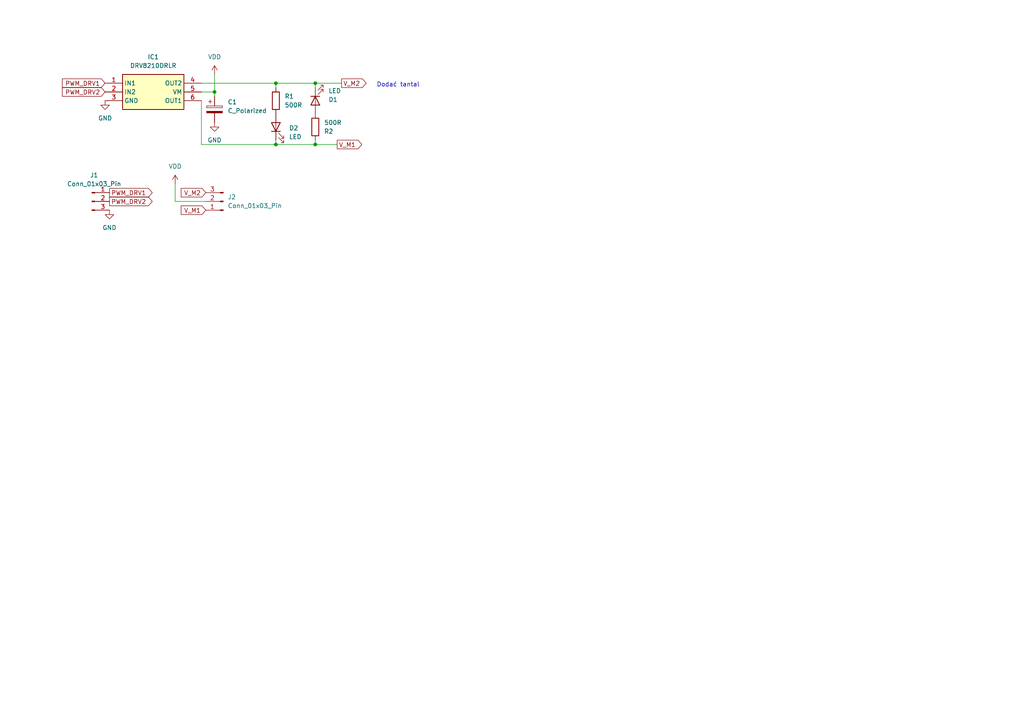
<source format=kicad_sch>
(kicad_sch (version 20231120) (generator "eeschema") (generator_version "8.0")
  (paper "A4")
  (lib_symbols
    (symbol "Connector:Conn_01x03_Pin" (pin_names (offset 1.016) hide)
      (property "Reference" "J" (at 0 5.08 0))
      (property "Value" "Conn_01x03_Pin" (at 0 -5.08 0))
      (symbol "Conn_01x03_Pin_1_1"
        (polyline (pts (xy 1.27 -2.54) (xy 0.8636 -2.54)) (stroke (width 0.1524)))
        (polyline (pts (xy 1.27 0) (xy 0.8636 0)) (stroke (width 0.1524)))
        (polyline (pts (xy 1.27 2.54) (xy 0.8636 2.54)) (stroke (width 0.1524)))
        (rectangle (start 0.8636 -2.413) (end 0 -2.667) (stroke (width 0.1524)) (fill (type outline)))
        (rectangle (start 0.8636 0.127) (end 0 -0.127) (stroke (width 0.1524)) (fill (type outline)))
        (rectangle (start 0.8636 2.667) (end 0 2.413) (stroke (width 0.1524)) (fill (type outline)))
        (pin passive line (at 5.08 2.54 180) (length 3.81) (name "Pin_1") (number "1"))
        (pin passive line (at 5.08 0 180) (length 3.81) (name "Pin_2") (number "2"))
        (pin passive line (at 5.08 -2.54 180) (length 3.81) (name "Pin_3") (number "3"))
      )
    )
    (symbol "Device:C_Polarized" (pin_numbers hide) (pin_names (offset 0.254))
      (property "Reference" "C" (at 0.635 2.54 0))
      (property "Value" "C_Polarized" (at 0.635 -2.54 0))
      (symbol "C_Polarized_0_1"
        (rectangle (start -2.286 0.508) (end 2.286 1.016))
        (polyline (pts (xy -1.778 2.286) (xy -0.762 2.286)))
        (polyline (pts (xy -1.27 2.794) (xy -1.27 1.778)))
        (rectangle (start 2.286 -0.508) (end -2.286 -1.016) (fill (type outline)))
      )
      (symbol "C_Polarized_1_1"
        (pin passive line (at 0 3.81 270) (length 2.794) (name "~") (number "1"))
        (pin passive line (at 0 -3.81 90) (length 2.794) (name "~") (number "2"))
      )
    )
    (symbol "Device:LED" (pin_numbers hide) (pin_names (offset 1.016) hide)
      (property "Reference" "D" (at 0 2.54 0))
      (property "Value" "LED" (at 0 -2.54 0))
      (symbol "LED_0_1"
        (polyline (pts (xy -1.27 -1.27) (xy -1.27 1.27)) (stroke (width 0.254)))
        (polyline (pts (xy -1.27 0) (xy 1.27 0)))
        (polyline (pts (xy 1.27 -1.27) (xy 1.27 1.27) (xy -1.27 0) (xy 1.27 -1.27)) (stroke (width 0.254)))
        (polyline (pts (xy -3.048 -0.762) (xy -4.572 -2.286) (xy -3.81 -2.286) (xy -4.572 -2.286) (xy -4.572 -1.524)))
        (polyline (pts (xy -1.778 -0.762) (xy -3.302 -2.286) (xy -2.54 -2.286) (xy -3.302 -2.286) (xy -3.302 -1.524)))
      )
      (symbol "LED_1_1"
        (pin passive line (at -3.81 0 0) (length 2.54) (name "K") (number "1"))
        (pin passive line (at 3.81 0 180) (length 2.54) (name "A") (number "2"))
      )
    )
    (symbol "Device:R" (pin_numbers hide) (pin_names (offset 0))
      (property "Reference" "R" (at 2.032 0 90))
      (property "Value" "R" (at 0 0 90))
      (symbol "R_0_1"
        (rectangle (start -1.016 -2.54) (end 1.016 2.54) (stroke (width 0.254)))
      )
      (symbol "R_1_1"
        (pin passive line (at 0 3.81 270) (length 1.27) (name "~") (number "1"))
        (pin passive line (at 0 -3.81 90) (length 1.27) (name "~") (number "2"))
      )
    )
    (symbol "User_defined_footprints:DRV8210DRLR"
      (property "Reference" "IC" (at 24.13 7.62 0))
      (property "Value" "DRV8210DRLR" (at 24.13 5.08 0))
      (symbol "DRV8210DRLR_1_1"
        (rectangle (start 5.08 2.54) (end 22.86 -7.62) (stroke (width 0.254)) (fill (type background)))
        (pin passive line (at 0 0 0) (length 5.08) (name "IN1") (number "1"))
        (pin passive line (at 0 -2.54 0) (length 5.08) (name "IN2") (number "2"))
        (pin passive line (at 0 -5.08 0) (length 5.08) (name "GND") (number "3"))
        (pin passive line (at 27.94 0 180) (length 5.08) (name "OUT2") (number "4"))
        (pin passive line (at 27.94 -2.54 180) (length 5.08) (name "VM") (number "5"))
        (pin passive line (at 27.94 -5.08 180) (length 5.08) (name "OUT1") (number "6"))
      )
    )
    (symbol "power:GND" (power) (pin_names (offset 0))
      (property "Value" "GND" (at 0 -3.81 0))
      (symbol "GND_0_1"
        (polyline (pts (xy 0 0) (xy 0 -1.27) (xy 1.27 -1.27) (xy 0 -2.54) (xy -1.27 -1.27) (xy 0 -1.27)))
      )
      (symbol "GND_1_1"
        (pin power_in line (at 0 0 270) (length 0) hide (name "GND") (number "1"))
      )
    )
    (symbol "power:VDD" (power) (pin_names (offset 0))
      (property "Value" "VDD" (at 0 3.81 0))
      (symbol "VDD_0_1"
        (polyline (pts (xy -0.762 1.27) (xy 0 2.54)))
        (polyline (pts (xy 0 0) (xy 0 2.54)))
        (polyline (pts (xy 0 2.54) (xy 0.762 1.27)))
      )
      (symbol "VDD_1_1"
        (pin power_in line (at 0 0 90) (length 0) hide (name "VDD") (number "1"))
      )
    )
  )
  (junction (at 80.01 24.13))
  (junction (at 91.44 41.91))
  (junction (at 91.44 24.13))
  (junction (at 62.23 26.67))
  (junction (at 80.01 41.91))
  (wire (pts (xy 80.01 40.64) (xy 80.01 41.91)))
  (wire (pts (xy 91.44 24.13) (xy 99.06 24.13)))
  (wire (pts (xy 91.44 24.13) (xy 91.44 25.4)))
  (wire (pts (xy 58.42 24.13) (xy 80.01 24.13)))
  (wire (pts (xy 62.23 27.94) (xy 62.23 26.67)))
  (wire (pts (xy 80.01 24.13) (xy 80.01 25.4)))
  (wire (pts (xy 50.8 58.42) (xy 59.69 58.42)))
  (wire (pts (xy 91.44 40.64) (xy 91.44 41.91)))
  (wire (pts (xy 62.23 21.59) (xy 62.23 26.67)))
  (wire (pts (xy 58.42 41.91) (xy 80.01 41.91)))
  (wire (pts (xy 58.42 29.21) (xy 58.42 41.91)))
  (wire (pts (xy 91.44 41.91) (xy 97.79 41.91)))
  (wire (pts (xy 80.01 41.91) (xy 91.44 41.91)))
  (wire (pts (xy 58.42 26.67) (xy 62.23 26.67)))
  (wire (pts (xy 80.01 24.13) (xy 91.44 24.13)))
  (wire (pts (xy 50.8 53.34) (xy 50.8 58.42)))
  (text "Dodać tantal" (at 109.22 25.4 0) (effects (font (size 1.27 1.27)) (justify left bottom)))
  (global_label "PWM_DRV1" (shape output) (at 31.75 55.88 0) (property "Intersheetrefs" "${INTERSHEET_REFS}" (effects (hide yes))))
  (global_label "V_M2" (shape input) (at 59.69 55.88 180) (property "Intersheetrefs" "${INTERSHEET_REFS}" (effects (hide yes))))
  (global_label "V_M2" (shape output) (at 99.06 24.13 0) (property "Intersheetrefs" "${INTERSHEET_REFS}" (effects (hide yes))))
  (global_label "PWM_DRV2" (shape output) (at 31.75 58.42 0) (property "Intersheetrefs" "${INTERSHEET_REFS}" (effects (hide yes))))
  (global_label "PWM_DRV1" (shape input) (at 30.48 24.13 180) (property "Intersheetrefs" "${INTERSHEET_REFS}" (effects (hide yes))))
  (global_label "V_M1" (shape output) (at 97.79 41.91 0) (property "Intersheetrefs" "${INTERSHEET_REFS}" (effects (hide yes))))
  (global_label "PWM_DRV2" (shape input) (at 30.48 26.67 180) (property "Intersheetrefs" "${INTERSHEET_REFS}" (effects (hide yes))))
  (global_label "V_M1" (shape input) (at 59.69 60.96 180) (property "Intersheetrefs" "${INTERSHEET_REFS}" (effects (hide yes))))
  (symbol (lib_id "power:GND") (at 62.23 35.56 0) (unit 1)
    (property "Reference" "#PWR03" (effects (hide yes)))
    (property "Value" "GND" (at 62.23 40.64 0))
  )
  (symbol (lib_id "Device:R") (at 80.01 29.21 0) (unit 1)
    (property "Reference" "R1" (at 82.55 27.94 0) (effects (justify left)))
    (property "Value" "500R" (at 82.55 30.48 0) (effects (justify left)))
    (property "Footprint" "Resistor_SMD:R_0402_1005Metric_Pad0.72x0.64mm_HandSolder" (effects (hide yes)))
  )
  (symbol (lib_id "power:GND") (at 31.75 60.96 0) (unit 1)
    (property "Reference" "#PWR05" (effects (hide yes)))
    (property "Value" "GND" (at 31.75 66.04 0))
  )
  (symbol (lib_id "Device:R") (at 91.44 36.83 0) (mirror x) (unit 1)
    (property "Reference" "R2" (at 93.98 38.1 0) (effects (justify left)))
    (property "Value" "500R" (at 93.98 35.56 0) (effects (justify left)))
    (property "Footprint" "Resistor_SMD:R_0402_1005Metric_Pad0.72x0.64mm_HandSolder" (effects (hide yes)))
  )
  (symbol (lib_id "User_defined_footprints:DRV8210DRLR") (at 30.48 24.13 0) (unit 1)
    (property "Reference" "IC1" (at 44.45 16.51 0))
    (property "Value" "DRV8210DRLR" (at 44.45 19.05 0))
    (property "Footprint" "User_defined_footprints:SOTFL50P160X60-6N" (effects (hide yes)))
    (property "Datasheet" "https://www.ti.com/lit/ds/symlink/drv8210.pdf?ts=1641207817417&ref_url=https%253A%252F%252Fwww.google.com%252F" (effects (hide yes)))
    (property "Height" "0.6" (effects (hide yes)))
    (property "Manufacturer_Name" "Texas Instruments" (effects (hide yes)))
    (property "Manufacturer_Part_Number" "DRV8210DRLR" (effects (hide yes)))
  )
  (symbol (lib_id "Device:LED") (at 80.01 36.83 90) (unit 1)
    (property "Reference" "D2" (at 83.82 37.1475 90) (effects (justify right)))
    (property "Value" "LED" (at 83.82 39.6875 90) (effects (justify right)))
    (property "Footprint" "Diode_SMD:D_0402_1005Metric_Pad0.77x0.64mm_HandSolder" (effects (hide yes)))
  )
  (symbol (lib_id "Connector:Conn_01x03_Pin") (at 64.77 58.42 180) (unit 1)
    (property "Reference" "J2" (at 66.04 57.15 0) (effects (justify right)))
    (property "Value" "Conn_01x03_Pin" (at 66.04 59.69 0) (effects (justify right)))
    (property "Footprint" "Connector_PinHeader_2.54mm:PinHeader_1x03_P2.54mm_Vertical" (effects (hide yes)))
  )
  (symbol (lib_id "Device:C_Polarized") (at 62.23 31.75 0) (unit 1)
    (property "Reference" "C1" (at 66.04 29.591 0) (effects (justify left)))
    (property "Value" "C_Polarized" (at 66.04 32.131 0) (effects (justify left)))
    (property "Footprint" "User_defined_footprints:CAPPM3528X210N" (effects (hide yes)))
  )
  (symbol (lib_id "power:VDD") (at 62.23 21.59 0) (unit 1)
    (property "Reference" "#PWR01" (effects (hide yes)))
    (property "Value" "VDD" (at 62.23 16.51 0))
  )
  (symbol (lib_id "Connector:Conn_01x03_Pin") (at 26.67 58.42 0) (unit 1)
    (property "Reference" "J1" (at 27.305 50.8 0))
    (property "Value" "Conn_01x03_Pin" (at 27.305 53.34 0))
    (property "Footprint" "Connector_PinHeader_2.54mm:PinHeader_1x03_P2.54mm_Vertical" (effects (hide yes)))
  )
  (symbol (lib_id "power:VDD") (at 50.8 53.34 0) (unit 1)
    (property "Reference" "#PWR04" (effects (hide yes)))
    (property "Value" "VDD" (at 50.8 48.26 0))
  )
  (symbol (lib_id "power:GND") (at 30.48 29.21 0) (unit 1)
    (property "Reference" "#PWR02" (effects (hide yes)))
    (property "Value" "GND" (at 30.48 34.29 0))
  )
  (symbol (lib_id "Device:LED") (at 91.44 29.21 90) (mirror x) (unit 1)
    (property "Reference" "D1" (at 95.25 28.8925 90) (effects (justify right)))
    (property "Value" "LED" (at 95.25 26.3525 90) (effects (justify right)))
    (property "Footprint" "Diode_SMD:D_0402_1005Metric_Pad0.77x0.64mm_HandSolder" (effects (hide yes)))
  )
)
</source>
